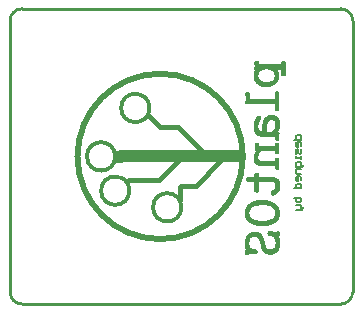
<source format=gbo>
G04 Layer_Color=32896*
%FSLAX25Y25*%
%MOIN*%
G70*
G01*
G75*
%ADD13C,0.01969*%
%ADD15C,0.01000*%
%ADD16C,0.00512*%
%ADD17C,0.00965*%
%ADD29C,0.01181*%
%ADD30C,0.01575*%
%ADD31C,0.03937*%
G36*
X339240Y285811D02*
X339317Y285796D01*
X339532Y285735D01*
X339640Y285688D01*
X339763Y285612D01*
X339778Y285596D01*
X339793Y285581D01*
X339824Y285550D01*
X339855Y285489D01*
X339886Y285427D01*
X339916Y285335D01*
Y285227D01*
Y285104D01*
Y285089D01*
Y285058D01*
Y285012D01*
Y284951D01*
Y284858D01*
X339901Y284766D01*
Y284643D01*
Y284520D01*
Y284213D01*
X339886Y283875D01*
Y283490D01*
Y283060D01*
Y283045D01*
Y283014D01*
Y282953D01*
Y282876D01*
Y282784D01*
Y282676D01*
Y282430D01*
X339901Y282153D01*
Y281877D01*
X339916Y281615D01*
X339932Y281385D01*
Y281369D01*
Y281323D01*
X339916Y281246D01*
X339901Y281154D01*
X339886Y281047D01*
X339840Y280939D01*
X339778Y280847D01*
X339686Y280755D01*
X339670Y280739D01*
X339640Y280724D01*
X339594Y280709D01*
X339517Y280678D01*
X339424Y280647D01*
X339332Y280616D01*
X339209Y280601D01*
X339025D01*
X338963Y280616D01*
X338886Y280632D01*
X338794Y280662D01*
X338702Y280709D01*
X338595Y280770D01*
X338502Y280847D01*
X338487Y280862D01*
X338472Y280878D01*
X338425Y280939D01*
X338395Y281001D01*
X338364Y281077D01*
X338333Y281170D01*
X338318Y281277D01*
X338333Y281400D01*
Y281431D01*
X338349Y281523D01*
Y281646D01*
X338364Y281800D01*
Y281969D01*
X338379Y282153D01*
Y282322D01*
Y282476D01*
Y282491D01*
Y282538D01*
X338364Y282614D01*
X338349Y282676D01*
X338333Y282753D01*
X338302Y282830D01*
X338272Y282876D01*
X338241Y282891D01*
X336981D01*
X337027Y282860D01*
X337088Y282814D01*
X337165Y282753D01*
X337257Y282645D01*
X337350Y282522D01*
X337442Y282353D01*
X337519Y282138D01*
Y282123D01*
X337534Y282107D01*
X337549Y282030D01*
X337596Y281892D01*
X337626Y281723D01*
X337672Y281523D01*
X337718Y281308D01*
X337734Y281062D01*
X337749Y280816D01*
Y280801D01*
Y280739D01*
X337734Y280647D01*
X337718Y280509D01*
X337703Y280355D01*
X337672Y280186D01*
X337626Y279986D01*
X337549Y279771D01*
X337473Y279556D01*
X337365Y279310D01*
X337242Y279079D01*
X337088Y278833D01*
X336919Y278588D01*
X336704Y278357D01*
X336473Y278142D01*
X336197Y277927D01*
X336181Y277911D01*
X336151Y277881D01*
X336089Y277834D01*
X336012Y277788D01*
X335920Y277711D01*
X335797Y277635D01*
X335659Y277558D01*
X335490Y277466D01*
X335321Y277373D01*
X335105Y277296D01*
X334890Y277220D01*
X334644Y277143D01*
X334368Y277097D01*
X334091Y277050D01*
X333784Y277020D01*
X333461Y277004D01*
X333292D01*
X333169Y277020D01*
X333015Y277035D01*
X332831Y277050D01*
X332646Y277081D01*
X332431Y277112D01*
X331970Y277235D01*
X331724Y277296D01*
X331494Y277389D01*
X331248Y277496D01*
X331017Y277619D01*
X330787Y277758D01*
X330571Y277927D01*
X330556Y277942D01*
X330510Y277973D01*
X330433Y278034D01*
X330356Y278126D01*
X330249Y278234D01*
X330126Y278357D01*
X330003Y278511D01*
X329864Y278695D01*
X329726Y278879D01*
X329603Y279110D01*
X329480Y279341D01*
X329373Y279602D01*
X329280Y279879D01*
X329219Y280171D01*
X329173Y280478D01*
X329157Y280816D01*
Y280847D01*
Y280908D01*
Y281016D01*
X329173Y281154D01*
X329188Y281323D01*
X329219Y281508D01*
X329311Y281907D01*
Y281923D01*
X329326Y281969D01*
X329357Y282030D01*
X329388Y282107D01*
X329419Y282215D01*
X329480Y282353D01*
X329526Y282491D01*
X329588Y282645D01*
Y282661D01*
X329603Y282691D01*
X329634Y282784D01*
X329680Y282891D01*
X329695Y282922D01*
Y282937D01*
X329665Y282922D01*
X329649Y282907D01*
X329603Y282891D01*
X329542Y282876D01*
X329449D01*
Y282891D01*
Y282907D01*
Y282953D01*
Y283014D01*
X329465Y283152D01*
Y283352D01*
X329480Y283552D01*
Y283783D01*
X329496Y283998D01*
Y284198D01*
Y284213D01*
Y284274D01*
Y284382D01*
Y284490D01*
X329480Y284628D01*
Y284782D01*
X329465Y285104D01*
Y285120D01*
Y285166D01*
Y285227D01*
X329480Y285304D01*
X329496Y285396D01*
X329526Y285473D01*
X329572Y285565D01*
X329649Y285627D01*
X329665Y285642D01*
X329711Y285658D01*
X329772Y285688D01*
X329849Y285719D01*
X330064Y285796D01*
X330172Y285811D01*
X330295Y285827D01*
X330356D01*
X330418Y285811D01*
X330494D01*
X330679Y285765D01*
X330863Y285673D01*
X330879Y285658D01*
X330894Y285627D01*
X330940Y285581D01*
X330986Y285519D01*
X331017Y285442D01*
X331048Y285335D01*
X331063Y285227D01*
Y285104D01*
Y285089D01*
Y285058D01*
Y284997D01*
Y284920D01*
X331079Y284782D01*
Y284720D01*
X331094Y284659D01*
Y284643D01*
X331125Y284628D01*
X331171Y284613D01*
X331232Y284597D01*
X338179D01*
X338241Y284613D01*
X338302Y284643D01*
X338349Y284705D01*
Y284720D01*
X338364Y284797D01*
Y284843D01*
Y284920D01*
Y284997D01*
X338349Y285104D01*
Y285120D01*
Y285166D01*
X338333Y285227D01*
X338349Y285304D01*
X338364Y285396D01*
X338395Y285473D01*
X338441Y285565D01*
X338518Y285642D01*
X338533D01*
X338564Y285673D01*
X338625Y285704D01*
X338687Y285735D01*
X338779Y285765D01*
X338886Y285796D01*
X338994Y285811D01*
X339117Y285827D01*
X339179D01*
X339240Y285811D01*
D02*
G37*
G36*
X337119Y275683D02*
X337196D01*
X337365Y275637D01*
X337549Y275560D01*
X337565Y275544D01*
X337596Y275514D01*
X337642Y275467D01*
X337688Y275406D01*
X337734Y275329D01*
X337780Y275221D01*
X337811Y275098D01*
Y274976D01*
Y274960D01*
Y274945D01*
Y274899D01*
X337795Y274853D01*
Y274776D01*
Y274683D01*
X337780Y274561D01*
Y274438D01*
Y274284D01*
X337765Y274099D01*
Y273915D01*
Y273700D01*
X337749Y273454D01*
Y273193D01*
Y272916D01*
Y272609D01*
Y272593D01*
Y272532D01*
Y272440D01*
Y272332D01*
Y272178D01*
Y272009D01*
Y271825D01*
Y271625D01*
X337765Y271195D01*
X337780Y270733D01*
X337795Y270288D01*
Y270073D01*
X337811Y269873D01*
Y269857D01*
Y269811D01*
Y269734D01*
X337795Y269642D01*
X337780Y269550D01*
X337749Y269442D01*
X337703Y269350D01*
X337642Y269273D01*
X337626Y269258D01*
X337596Y269227D01*
X337534Y269196D01*
X337457Y269150D01*
X337365Y269104D01*
X337257Y269058D01*
X337134Y269043D01*
X337011Y269027D01*
X336904D01*
X336827Y269043D01*
X336673Y269089D01*
X336612Y269135D01*
X336566Y269181D01*
X336550Y269196D01*
X336504Y269227D01*
X336443Y269289D01*
X336381Y269381D01*
X336320Y269473D01*
X336274Y269596D01*
X336243Y269719D01*
Y269857D01*
Y269873D01*
Y269888D01*
X336258Y269980D01*
X336274Y270134D01*
Y270303D01*
X336289Y270487D01*
X336304Y270687D01*
X336320Y270872D01*
Y271025D01*
Y271041D01*
Y271087D01*
X336304Y271148D01*
X336289Y271225D01*
X336274Y271302D01*
X336258Y271364D01*
X336243Y271410D01*
X336212Y271425D01*
X326406D01*
Y271441D01*
Y271471D01*
X326421Y271533D01*
Y271609D01*
Y271717D01*
X326437Y271825D01*
X326452Y272101D01*
X326468Y272409D01*
X326483Y272731D01*
X326498Y273054D01*
Y273362D01*
Y273377D01*
Y273393D01*
Y273485D01*
Y273638D01*
X326483Y273807D01*
Y274007D01*
X326468Y274222D01*
X326452Y274438D01*
X326421Y274637D01*
Y274653D01*
Y274699D01*
Y274760D01*
X326437Y274837D01*
X326452Y274929D01*
X326498Y275037D01*
X326544Y275129D01*
X326637Y275221D01*
X326652D01*
X326683Y275252D01*
X326729Y275268D01*
X326790Y275298D01*
X326883Y275329D01*
X326975Y275360D01*
X327098Y275375D01*
X327221Y275391D01*
X327282D01*
X327344Y275375D01*
X327420D01*
X327620Y275314D01*
X327713Y275283D01*
X327805Y275221D01*
X327820Y275206D01*
X327851Y275175D01*
X327882Y275129D01*
X327928Y275068D01*
X327974Y274976D01*
X328005Y274883D01*
X328020Y274760D01*
Y274637D01*
Y274607D01*
X328005Y274530D01*
X327989Y274407D01*
X327974Y274269D01*
X327958Y274099D01*
Y273930D01*
Y273746D01*
Y273592D01*
Y273577D01*
Y273515D01*
X327974Y273439D01*
Y273362D01*
X327989Y273270D01*
X328020Y273208D01*
X328051Y273147D01*
X328081Y273131D01*
X336212D01*
X336227Y273147D01*
X336243Y273162D01*
X336258Y273208D01*
X336274Y273285D01*
X336289Y273408D01*
X336304Y273562D01*
X336320Y273777D01*
Y273807D01*
Y273884D01*
Y273992D01*
X336304Y274146D01*
Y274330D01*
X336289Y274530D01*
X336274Y274745D01*
X336243Y274976D01*
Y274991D01*
X336227Y275037D01*
Y275098D01*
X336243Y275175D01*
X336258Y275268D01*
X336304Y275375D01*
X336366Y275467D01*
X336458Y275560D01*
X336473D01*
X336489Y275575D01*
X336535Y275606D01*
X336596Y275621D01*
X336673Y275652D01*
X336766Y275683D01*
X336996Y275698D01*
X337057D01*
X337119Y275683D01*
D02*
G37*
G36*
X335382Y267798D02*
X335490Y267782D01*
X335628Y267767D01*
X335935Y267721D01*
X336274Y267629D01*
X336627Y267490D01*
X336812Y267413D01*
X336981Y267306D01*
X337134Y267198D01*
X337288Y267060D01*
X337303Y267045D01*
X337319Y267029D01*
X337365Y266983D01*
X337411Y266906D01*
X337473Y266829D01*
X337534Y266722D01*
X337611Y266614D01*
X337672Y266476D01*
X337749Y266322D01*
X337826Y266153D01*
X337888Y265969D01*
X337949Y265754D01*
X337995Y265538D01*
X338041Y265293D01*
X338057Y265047D01*
X338072Y264770D01*
Y264755D01*
Y264724D01*
Y264678D01*
Y264616D01*
X338057Y264447D01*
X338041Y264217D01*
X338011Y263955D01*
X337980Y263694D01*
X337918Y263402D01*
X337841Y263125D01*
Y263094D01*
X337811Y263033D01*
X337780Y262926D01*
X337734Y262818D01*
X337672Y262695D01*
X337611Y262587D01*
X337519Y262495D01*
X337426Y262449D01*
X337442D01*
X337242Y262157D01*
X337350Y262172D01*
X337365D01*
X337380Y262157D01*
X337473Y262126D01*
X337580Y262065D01*
X337672Y262003D01*
X337703Y261972D01*
X337749Y261896D01*
X337795Y261757D01*
X337826Y261573D01*
Y261542D01*
Y261465D01*
X337811Y261358D01*
Y261219D01*
X337795Y261066D01*
Y260912D01*
X337780Y260743D01*
Y260605D01*
Y260589D01*
Y260528D01*
Y260436D01*
Y260313D01*
X337795Y260051D01*
Y259928D01*
X337811Y259805D01*
Y259790D01*
Y259759D01*
Y259698D01*
X337795Y259621D01*
X337765Y259544D01*
X337718Y259467D01*
X337657Y259375D01*
X337580Y259298D01*
X337565D01*
X337534Y259283D01*
X337488Y259252D01*
X337426Y259221D01*
X337242Y259175D01*
X337027Y259160D01*
X336919D01*
X336842Y259175D01*
X336673Y259206D01*
X336504Y259283D01*
X336489Y259298D01*
X336458Y259314D01*
X336412Y259360D01*
X336350Y259421D01*
X336304Y259498D01*
X336258Y259590D01*
X336227Y259682D01*
Y259790D01*
Y259805D01*
X336243Y259852D01*
Y259928D01*
X336258Y260021D01*
X336289Y260205D01*
Y260266D01*
Y260328D01*
X336274Y260359D01*
X336243Y260405D01*
X336181Y260451D01*
X336120Y260482D01*
X331862D01*
X331755Y260497D01*
X331632Y260512D01*
X331494Y260543D01*
X331325Y260589D01*
X331155Y260635D01*
X330971Y260697D01*
X330787Y260774D01*
X330602Y260881D01*
X330402Y260989D01*
X330218Y261127D01*
X330033Y261296D01*
X329864Y261481D01*
X329711Y261696D01*
Y261711D01*
X329680Y261742D01*
X329665Y261788D01*
X329618Y261850D01*
X329588Y261926D01*
X329542Y262034D01*
X329480Y262142D01*
X329434Y262280D01*
X329326Y262587D01*
X329250Y262941D01*
X329188Y263325D01*
X329157Y263771D01*
Y263786D01*
Y263817D01*
Y263863D01*
Y263940D01*
Y264032D01*
X329173Y264124D01*
X329188Y264370D01*
X329219Y264662D01*
X329265Y264970D01*
X329326Y265293D01*
X329403Y265615D01*
Y265631D01*
X329419Y265661D01*
X329434Y265707D01*
X329449Y265769D01*
X329511Y265938D01*
X329603Y266153D01*
X329711Y266414D01*
X329849Y266676D01*
X330003Y266952D01*
X330187Y267214D01*
X330203Y267229D01*
X330233Y267260D01*
X330279Y267306D01*
X330341Y267367D01*
X330418Y267429D01*
X330510Y267490D01*
X330633Y267521D01*
X330756Y267552D01*
X330956D01*
X331063Y267536D01*
X331171Y267506D01*
X331294Y267444D01*
X331417Y267383D01*
X331432D01*
X331448Y267352D01*
X331540Y267275D01*
X331647Y267137D01*
X331724Y266952D01*
Y266937D01*
Y266891D01*
Y266829D01*
X331709Y266737D01*
X331693Y266630D01*
X331632Y266507D01*
X331570Y266368D01*
X331463Y266230D01*
X331448Y266215D01*
X331417Y266153D01*
X331355Y266046D01*
X331278Y265907D01*
X331202Y265738D01*
X331109Y265538D01*
X331017Y265308D01*
X330925Y265047D01*
X330909Y265016D01*
X330894Y264954D01*
X330863Y264831D01*
X330833Y264678D01*
X330802Y264493D01*
X330787Y264278D01*
X330756Y264032D01*
Y263771D01*
Y263755D01*
Y263740D01*
Y263648D01*
X330787Y263525D01*
X330817Y263356D01*
X330879Y263171D01*
X330971Y262972D01*
X331109Y262787D01*
X331278Y262603D01*
X331294Y262587D01*
X331355Y262541D01*
X331448Y262464D01*
X331570Y262387D01*
X331709Y262326D01*
X331862Y262249D01*
X332016Y262203D01*
X332185Y262188D01*
Y262203D01*
X332170Y262234D01*
Y262280D01*
X332154Y262372D01*
X332139Y262495D01*
X332124Y262649D01*
X332108Y262849D01*
X332093Y263079D01*
Y263110D01*
X332078Y263187D01*
Y263294D01*
X332062Y263433D01*
Y263586D01*
X332047Y263740D01*
Y263894D01*
Y264032D01*
Y264048D01*
Y264109D01*
Y264201D01*
X332062Y264309D01*
X332078Y264462D01*
X332093Y264632D01*
X332124Y264816D01*
X332154Y265016D01*
X332277Y265461D01*
X332339Y265692D01*
X332431Y265923D01*
X332539Y266153D01*
X332662Y266384D01*
X332800Y266599D01*
X332969Y266814D01*
Y266829D01*
X333000Y266860D01*
X333046Y266906D01*
X333107Y266968D01*
X333169Y267045D01*
X333261Y267137D01*
X333369Y267214D01*
X333507Y267306D01*
X333645Y267413D01*
X333799Y267490D01*
X333983Y267583D01*
X334183Y267659D01*
X334399Y267721D01*
X334629Y267767D01*
X334875Y267798D01*
X335152Y267813D01*
X335290D01*
X335382Y267798D01*
D02*
G37*
G36*
X337196Y258530D02*
X337365Y258499D01*
X337549Y258453D01*
X337565Y258437D01*
X337596Y258422D01*
X337642Y258376D01*
X337688Y258314D01*
X337765Y258161D01*
X337795Y258069D01*
Y257961D01*
Y257946D01*
Y257915D01*
Y257869D01*
Y257807D01*
Y257654D01*
X337780Y257454D01*
Y257208D01*
Y256962D01*
Y256716D01*
Y256485D01*
Y256455D01*
Y256378D01*
Y256255D01*
Y256086D01*
Y255901D01*
Y255686D01*
X337795Y255241D01*
Y255225D01*
Y255179D01*
Y255118D01*
X337780Y255056D01*
X337765Y254964D01*
X337718Y254887D01*
X337657Y254810D01*
X337565Y254733D01*
X337549D01*
X337519Y254702D01*
X337473Y254687D01*
X337411Y254656D01*
X337334Y254626D01*
X337242Y254610D01*
X337011Y254580D01*
X336889D01*
X336812Y254595D01*
X336627Y254641D01*
X336443Y254733D01*
X336427Y254749D01*
X336397Y254764D01*
X336350Y254810D01*
X336304Y254872D01*
X336274Y254948D01*
X336227Y255025D01*
X336212Y255133D01*
X336227Y255256D01*
Y255271D01*
X336243Y255287D01*
X336258Y255379D01*
X336274Y255486D01*
Y255579D01*
Y255594D01*
X336258Y255625D01*
X336227Y255656D01*
X336181Y255671D01*
X331632D01*
X331616Y255656D01*
X331570Y255609D01*
X331494Y255548D01*
X331417Y255456D01*
X331309Y255348D01*
X331217Y255225D01*
X331125Y255087D01*
X331032Y254933D01*
X331017Y254902D01*
X330986Y254825D01*
X330940Y254687D01*
X330894Y254518D01*
X330848Y254318D01*
X330802Y254103D01*
X330771Y253857D01*
X330756Y253596D01*
Y253565D01*
Y253504D01*
X330771Y253396D01*
X330787Y253258D01*
X330817Y253119D01*
X330848Y252981D01*
X330909Y252843D01*
X330986Y252735D01*
X331002Y252720D01*
X331032Y252689D01*
X331094Y252643D01*
X331186Y252582D01*
X331294Y252535D01*
X331432Y252489D01*
X331616Y252459D01*
X331816Y252443D01*
X336212D01*
X336227Y252459D01*
X336243Y252489D01*
Y252505D01*
Y252551D01*
Y252628D01*
X336227Y252766D01*
Y252781D01*
X336212Y252827D01*
Y252889D01*
X336227Y252981D01*
X336243Y253073D01*
X336274Y253166D01*
X336335Y253258D01*
X336427Y253350D01*
X336443D01*
X336473Y253381D01*
X336520Y253396D01*
X336581Y253427D01*
X336673Y253458D01*
X336766Y253473D01*
X337011Y253504D01*
X337073D01*
X337134Y253488D01*
X337227D01*
X337411Y253427D01*
X337503Y253396D01*
X337596Y253335D01*
X337611Y253319D01*
X337642Y253289D01*
X337672Y253242D01*
X337718Y253181D01*
X337765Y253104D01*
X337795Y252996D01*
X337811Y252889D01*
X337795Y252766D01*
Y252750D01*
Y252720D01*
Y252674D01*
Y252597D01*
Y252428D01*
X337780Y252213D01*
Y251982D01*
Y251736D01*
Y251521D01*
Y251321D01*
Y251306D01*
Y251244D01*
Y251137D01*
Y250998D01*
Y250845D01*
Y250645D01*
X337795Y250430D01*
Y250184D01*
Y250168D01*
Y250122D01*
Y250061D01*
X337780Y249984D01*
X337765Y249907D01*
X337734Y249815D01*
X337672Y249738D01*
X337596Y249661D01*
X337580Y249646D01*
X337549Y249630D01*
X337503Y249600D01*
X337426Y249569D01*
X337350Y249538D01*
X337242Y249507D01*
X337134Y249477D01*
X336950D01*
X336889Y249492D01*
X336796D01*
X336612Y249554D01*
X336504Y249600D01*
X336412Y249661D01*
X336397Y249676D01*
X336366Y249692D01*
X336335Y249738D01*
X336289Y249799D01*
X336258Y249876D01*
X336227Y249969D01*
X336212Y250092D01*
X336227Y250215D01*
Y250230D01*
X336243Y250276D01*
Y250337D01*
X336258Y250414D01*
X336274Y250583D01*
Y250645D01*
Y250706D01*
X336258Y250722D01*
X336227Y250737D01*
X331371D01*
X331294Y250752D01*
X331186D01*
X331079Y250768D01*
X330833Y250829D01*
X330556Y250922D01*
X330264Y251045D01*
X330003Y251229D01*
X329880Y251352D01*
X329772Y251475D01*
Y251490D01*
X329741Y251506D01*
X329711Y251552D01*
X329680Y251613D01*
X329634Y251690D01*
X329572Y251767D01*
X329465Y251997D01*
X329357Y252274D01*
X329250Y252597D01*
X329188Y252966D01*
X329157Y253381D01*
Y253396D01*
Y253412D01*
Y253458D01*
Y253519D01*
X329173Y253657D01*
X329188Y253842D01*
X329219Y254057D01*
X329250Y254288D01*
X329311Y254518D01*
X329388Y254733D01*
Y254749D01*
X329419Y254810D01*
X329449Y254902D01*
X329496Y255025D01*
X329557Y255148D01*
X329634Y255302D01*
X329818Y255594D01*
X329834Y255640D01*
X329849Y255656D01*
X329880Y255671D01*
X329910Y255686D01*
X329618D01*
X329480Y255671D01*
Y255686D01*
Y255702D01*
Y255794D01*
X329496Y255932D01*
Y256101D01*
X329511Y256301D01*
Y256532D01*
X329526Y256977D01*
Y257008D01*
Y257069D01*
Y257177D01*
Y257300D01*
X329511Y257454D01*
Y257608D01*
X329496Y257946D01*
Y257961D01*
Y257992D01*
Y258053D01*
Y258130D01*
X329526Y258207D01*
X329557Y258284D01*
X329618Y258376D01*
X329711Y258453D01*
X329726D01*
X329741Y258468D01*
X329787Y258484D01*
X329849Y258499D01*
X329926Y258514D01*
X330033Y258530D01*
X330141Y258545D01*
X330372D01*
X330448Y258530D01*
X330633Y258499D01*
X330817Y258437D01*
X330833Y258422D01*
X330863Y258407D01*
X330956Y258314D01*
X331048Y258161D01*
X331079Y258069D01*
Y257961D01*
Y257946D01*
Y257915D01*
Y257869D01*
X331063Y257792D01*
X331079Y257638D01*
X331109Y257469D01*
X331125Y257454D01*
X331171Y257423D01*
X331263Y257392D01*
X331325Y257377D01*
X336181D01*
X336212Y257392D01*
X336227Y257423D01*
X336258Y257485D01*
Y257515D01*
Y257608D01*
X336243Y257746D01*
X336227Y257946D01*
Y257961D01*
Y257992D01*
Y258053D01*
Y258130D01*
X336258Y258207D01*
X336304Y258284D01*
X336381Y258376D01*
X336473Y258453D01*
X336489D01*
X336504Y258468D01*
X336550Y258484D01*
X336612Y258499D01*
X336689Y258514D01*
X336766Y258530D01*
X336996Y258545D01*
X337119D01*
X337196Y258530D01*
D02*
G37*
G36*
X330341Y248478D02*
X330418D01*
X330587Y248432D01*
X330679Y248401D01*
X330756Y248355D01*
X330771Y248339D01*
X330802Y248309D01*
X330848Y248263D01*
X330894Y248201D01*
X330940Y248124D01*
X330986Y248017D01*
X331017Y247894D01*
Y247771D01*
Y247755D01*
Y247709D01*
X331002Y247648D01*
Y247571D01*
X331017Y247386D01*
X331048Y247310D01*
X331079Y247248D01*
X331094Y247233D01*
X331155Y247171D01*
X331263Y247125D01*
X331340Y247110D01*
X335582D01*
X335674Y247094D01*
X335766D01*
X335889Y247079D01*
X336166Y247018D01*
X336473Y246941D01*
X336781Y246818D01*
X337088Y246633D01*
X337242Y246526D01*
X337380Y246403D01*
Y246387D01*
X337411Y246372D01*
X337442Y246326D01*
X337488Y246264D01*
X337534Y246188D01*
X337596Y246095D01*
X337657Y245988D01*
X337718Y245865D01*
X337795Y245726D01*
X337857Y245573D01*
X337964Y245219D01*
X338041Y244804D01*
X338057Y244574D01*
X338072Y244328D01*
Y244312D01*
Y244282D01*
Y244220D01*
Y244143D01*
X338057Y244051D01*
Y243928D01*
X338041Y243682D01*
X338011Y243390D01*
X337949Y243098D01*
X337888Y242822D01*
X337795Y242560D01*
Y242545D01*
X337780Y242514D01*
X337749Y242468D01*
X337703Y242391D01*
X337580Y242222D01*
X337411Y241991D01*
X337303Y241869D01*
X337180Y241730D01*
X337027Y241592D01*
X336873Y241454D01*
X336704Y241315D01*
X336504Y241192D01*
X336289Y241054D01*
X336058Y240931D01*
X336043D01*
X335997Y240916D01*
X335920Y240885D01*
X335843Y240869D01*
X335736Y240854D01*
X335644D01*
X335536Y240869D01*
X335428Y240916D01*
X335413D01*
X335382Y240946D01*
X335321Y240992D01*
X335259Y241039D01*
X335182Y241115D01*
X335105Y241208D01*
X335029Y241315D01*
X334967Y241438D01*
Y241454D01*
X334952Y241500D01*
X334936Y241561D01*
X334906Y241638D01*
X334875Y241853D01*
Y241961D01*
X334890Y242084D01*
Y242099D01*
X334906Y242145D01*
X334921Y242191D01*
X334952Y242268D01*
X334983Y242345D01*
X335059Y242407D01*
X335136Y242483D01*
X335244Y242530D01*
X335275Y242545D01*
X335351Y242576D01*
X335459Y242637D01*
X335597Y242714D01*
X335751Y242822D01*
X335920Y242945D01*
X336089Y243083D01*
X336243Y243236D01*
X336258Y243252D01*
X336274Y243298D01*
X336320Y243375D01*
X336350Y243482D01*
X336397Y243621D01*
X336443Y243790D01*
X336458Y243990D01*
X336473Y244220D01*
Y244251D01*
Y244328D01*
X336458Y244451D01*
X336443Y244589D01*
X336397Y244743D01*
X336350Y244897D01*
X336274Y245035D01*
X336181Y245158D01*
X336166Y245173D01*
X336120Y245188D01*
X336058Y245235D01*
X335966Y245281D01*
X335828Y245327D01*
X335674Y245358D01*
X335474Y245388D01*
X335244Y245404D01*
X331140D01*
X331094Y245388D01*
X331063D01*
X331048Y245373D01*
X331032Y245358D01*
X331017Y245296D01*
Y245204D01*
Y245188D01*
X331002Y245127D01*
Y245019D01*
X330986Y244881D01*
Y244712D01*
X330971Y244512D01*
Y244282D01*
Y244020D01*
Y244005D01*
Y243990D01*
Y243897D01*
Y243744D01*
Y243559D01*
X330986Y243344D01*
Y243113D01*
X331017Y242606D01*
Y242591D01*
Y242545D01*
X331002Y242483D01*
X330986Y242391D01*
X330971Y242299D01*
X330925Y242207D01*
X330863Y242114D01*
X330787Y242038D01*
X330771Y242022D01*
X330740Y242007D01*
X330694Y241976D01*
X330617Y241930D01*
X330433Y241869D01*
X330326Y241853D01*
X330218Y241838D01*
X330156D01*
X330095Y241853D01*
X330018Y241869D01*
X329834Y241930D01*
X329726Y241976D01*
X329634Y242053D01*
X329618Y242068D01*
X329603Y242084D01*
X329557Y242130D01*
X329526Y242191D01*
X329480Y242268D01*
X329449Y242376D01*
X329434Y242483D01*
Y242622D01*
Y242652D01*
Y242729D01*
X329449Y242852D01*
Y243006D01*
Y243190D01*
X329465Y243406D01*
Y243652D01*
Y243897D01*
Y243928D01*
Y244005D01*
Y244128D01*
Y244297D01*
X329449Y244497D01*
Y244712D01*
Y244958D01*
X329434Y245219D01*
Y245250D01*
X329419Y245296D01*
X329388Y245358D01*
X329326Y245404D01*
X329280D01*
X329234Y245419D01*
X329142D01*
X329004Y245434D01*
X328835D01*
X328604Y245419D01*
X328327D01*
X327405Y245373D01*
X327282D01*
X327190Y245388D01*
X327098Y245434D01*
X326990Y245480D01*
X326883Y245573D01*
X326790Y245680D01*
Y245696D01*
X326775Y245726D01*
X326744Y245773D01*
X326713Y245834D01*
X326698Y245911D01*
X326667Y246019D01*
X326652Y246126D01*
Y246264D01*
Y246280D01*
Y246326D01*
X326667Y246403D01*
X326683Y246480D01*
X326744Y246710D01*
X326790Y246818D01*
X326867Y246941D01*
Y246956D01*
X326898Y246971D01*
X326944Y247018D01*
X326990Y247048D01*
X327067Y247079D01*
X327159Y247110D01*
X327267Y247125D01*
X327390Y247110D01*
X327513D01*
X327605Y247094D01*
X328128D01*
X328435Y247110D01*
X328712Y247125D01*
X328850Y247141D01*
X328973Y247156D01*
X329081Y247171D01*
X329157Y247202D01*
X329173D01*
X329204Y247233D01*
X329250Y247264D01*
X329296Y247310D01*
X329357Y247386D01*
X329403Y247494D01*
X329419Y247617D01*
X329434Y247786D01*
Y247801D01*
Y247848D01*
Y247909D01*
Y247986D01*
X329449Y248063D01*
X329480Y248155D01*
X329526Y248232D01*
X329603Y248293D01*
X329618Y248309D01*
X329649Y248324D01*
X329711Y248355D01*
X329787Y248386D01*
X329987Y248462D01*
X330110Y248478D01*
X330218Y248493D01*
X330279D01*
X330341Y248478D01*
D02*
G37*
G36*
X332385Y239471D02*
X332570D01*
X332785Y239456D01*
X333046Y239425D01*
X333323Y239394D01*
X333630Y239333D01*
X333968Y239271D01*
X334306Y239194D01*
X334660Y239102D01*
X335013Y238994D01*
X335367Y238856D01*
X335705Y238702D01*
X336043Y238518D01*
X336366Y238318D01*
X336381Y238303D01*
X336443Y238272D01*
X336520Y238211D01*
X336627Y238118D01*
X336766Y238011D01*
X336904Y237888D01*
X337057Y237719D01*
X337211Y237534D01*
X337380Y237319D01*
X337534Y237088D01*
X337672Y236827D01*
X337811Y236535D01*
X337918Y236212D01*
X337995Y235874D01*
X338057Y235505D01*
X338072Y235106D01*
Y235075D01*
Y235014D01*
X338057Y234891D01*
X338041Y234752D01*
X338026Y234568D01*
X337980Y234353D01*
X337934Y234122D01*
X337857Y233876D01*
X337765Y233615D01*
X337657Y233354D01*
X337519Y233077D01*
X337350Y232816D01*
X337150Y232554D01*
X336935Y232293D01*
X336673Y232063D01*
X336366Y231847D01*
X336350Y231832D01*
X336289Y231801D01*
X336197Y231740D01*
X336058Y231663D01*
X335905Y231586D01*
X335705Y231479D01*
X335474Y231371D01*
X335213Y231263D01*
X334921Y231156D01*
X334598Y231064D01*
X334245Y230956D01*
X333876Y230879D01*
X333476Y230802D01*
X333046Y230741D01*
X332600Y230710D01*
X332139Y230695D01*
X331893D01*
X331709Y230710D01*
X331494Y230725D01*
X331232Y230756D01*
X330956Y230787D01*
X330633Y230833D01*
X330310Y230894D01*
X329972Y230971D01*
X329618Y231064D01*
X329250Y231186D01*
X328896Y231309D01*
X328542Y231463D01*
X328204Y231647D01*
X327882Y231847D01*
X327866Y231863D01*
X327805Y231893D01*
X327728Y231955D01*
X327605Y232047D01*
X327482Y232170D01*
X327344Y232308D01*
X327175Y232462D01*
X327021Y232662D01*
X326867Y232877D01*
X326698Y233108D01*
X326560Y233384D01*
X326421Y233676D01*
X326314Y233999D01*
X326237Y234337D01*
X326176Y234706D01*
X326160Y235106D01*
Y235137D01*
Y235198D01*
X326176Y235321D01*
X326191Y235459D01*
X326222Y235644D01*
X326252Y235859D01*
X326314Y236089D01*
X326391Y236351D01*
X326483Y236612D01*
X326606Y236889D01*
X326744Y237165D01*
X326913Y237442D01*
X327129Y237719D01*
X327359Y237980D01*
X327636Y238226D01*
X327958Y238456D01*
X327974Y238472D01*
X328035Y238503D01*
X328128Y238549D01*
X328251Y238610D01*
X328404Y238702D01*
X328589Y238779D01*
X328819Y238871D01*
X329081Y238964D01*
X329357Y239071D01*
X329680Y239163D01*
X330018Y239240D01*
X330387Y239317D01*
X330787Y239394D01*
X331217Y239440D01*
X331663Y239471D01*
X332139Y239486D01*
X332247D01*
X332385Y239471D01*
D02*
G37*
G36*
X334644Y229050D02*
X334675D01*
X334767Y229019D01*
X334906Y229004D01*
X335090Y228973D01*
X335290Y228942D01*
X335536Y228912D01*
X335782Y228881D01*
X336043Y228866D01*
X336489D01*
X336689Y228881D01*
X336889Y228896D01*
X337104Y228927D01*
X337288Y228973D01*
X337303D01*
X337334Y228989D01*
X337473D01*
X337565Y228973D01*
X337657Y228958D01*
X337749Y228912D01*
X337841Y228850D01*
X337857Y228835D01*
X337872Y228819D01*
X337903Y228773D01*
X337949Y228712D01*
X338041Y228543D01*
X338103Y228328D01*
Y228312D01*
Y228266D01*
X338118Y228205D01*
Y228128D01*
X338103Y227928D01*
X338087Y227820D01*
X338057Y227713D01*
Y227697D01*
X338041Y227667D01*
X338011Y227605D01*
X337964Y227544D01*
X337903Y227482D01*
X337826Y227421D01*
X337734Y227390D01*
X337626Y227359D01*
X337534D01*
Y227329D01*
X337549Y227298D01*
X337565Y227252D01*
X337596Y227175D01*
X337642Y227083D01*
X337703Y226960D01*
X337780Y226821D01*
Y226806D01*
X337795Y226760D01*
X337826Y226683D01*
X337857Y226591D01*
X337903Y226468D01*
X337934Y226314D01*
X337980Y226145D01*
X338011Y225961D01*
Y225945D01*
X338026Y225899D01*
X338041Y225822D01*
Y225730D01*
X338057Y225592D01*
X338072Y225438D01*
X338087Y225254D01*
Y225054D01*
Y225038D01*
Y224977D01*
Y224885D01*
X338072Y224746D01*
X338057Y224608D01*
X338041Y224424D01*
X338011Y224239D01*
X337980Y224024D01*
X337872Y223578D01*
X337718Y223132D01*
X337626Y222902D01*
X337503Y222702D01*
X337380Y222502D01*
X337227Y222318D01*
X337211Y222303D01*
X337180Y222272D01*
X337134Y222210D01*
X337057Y222133D01*
X336965Y222057D01*
X336858Y221964D01*
X336719Y221857D01*
X336581Y221749D01*
X336412Y221642D01*
X336227Y221534D01*
X336028Y221442D01*
X335813Y221365D01*
X335567Y221288D01*
X335321Y221227D01*
X335059Y221196D01*
X334783Y221181D01*
X334629D01*
X334460Y221196D01*
X334245Y221211D01*
X334014Y221257D01*
X333753Y221304D01*
X333492Y221380D01*
X333246Y221473D01*
X333215Y221488D01*
X333154Y221519D01*
X333046Y221580D01*
X332908Y221672D01*
X332754Y221795D01*
X332600Y221949D01*
X332431Y222133D01*
X332277Y222349D01*
X332262Y222364D01*
X332231Y222410D01*
X332185Y222472D01*
X332124Y222579D01*
X332047Y222718D01*
X331970Y222902D01*
X331878Y223117D01*
X331801Y223363D01*
Y223378D01*
X331786Y223409D01*
X331755Y223486D01*
X331739Y223594D01*
X331693Y223747D01*
X331647Y223932D01*
X331601Y224162D01*
X331540Y224439D01*
X331417Y224946D01*
Y224962D01*
X331401Y224992D01*
X331386Y225054D01*
X331371Y225131D01*
X331340Y225223D01*
X331325Y225315D01*
X331248Y225561D01*
X331171Y225807D01*
X331079Y226068D01*
X330986Y226283D01*
X330925Y226391D01*
X330879Y226468D01*
X330848Y226499D01*
X330787Y226575D01*
X330679Y226668D01*
X330525Y226791D01*
X330326Y226914D01*
X330080Y227006D01*
X329803Y227083D01*
X329480Y227113D01*
X329403D01*
X329342Y227098D01*
X329204Y227083D01*
X329019Y227052D01*
X328804Y226990D01*
X328573Y226898D01*
X328343Y226775D01*
X328112Y226606D01*
X328097Y226575D01*
X328066Y226514D01*
X328005Y226391D01*
X327943Y226207D01*
X327882Y225976D01*
X327820Y225684D01*
X327789Y225346D01*
X327774Y224946D01*
Y224931D01*
Y224900D01*
Y224854D01*
Y224793D01*
X327789Y224623D01*
X327820Y224424D01*
X327851Y224208D01*
X327912Y223978D01*
X327989Y223763D01*
X328097Y223578D01*
X328128Y223548D01*
X328204Y223486D01*
X328343Y223378D01*
X328527Y223271D01*
X328758Y223163D01*
X329034Y223086D01*
X329342Y223040D01*
X329511Y223025D01*
X329695Y223040D01*
X329834D01*
X329926Y223025D01*
X330033Y222994D01*
X330141Y222948D01*
X330249Y222871D01*
X330356Y222779D01*
Y222764D01*
X330387Y222733D01*
X330418Y222687D01*
X330448Y222610D01*
X330479Y222533D01*
X330510Y222426D01*
X330525Y222303D01*
X330541Y222164D01*
Y222149D01*
Y222103D01*
X330525Y222041D01*
X330510Y221949D01*
X330448Y221765D01*
X330402Y221657D01*
X330341Y221565D01*
X330326Y221549D01*
X330295Y221519D01*
X330233Y221488D01*
X330156Y221442D01*
X330064Y221396D01*
X329957Y221365D01*
X329818Y221350D01*
X329649D01*
X329588Y221365D01*
X329480D01*
X329326Y221380D01*
X329142Y221396D01*
X328681D01*
X328420Y221380D01*
X328389D01*
X328343Y221365D01*
X328281D01*
X328128Y221350D01*
X327943Y221319D01*
X327743Y221273D01*
X327543Y221227D01*
X327344Y221165D01*
X327190Y221104D01*
X327175D01*
X327113Y221073D01*
X327036Y221058D01*
X326944Y221042D01*
X326821D01*
X326713Y221058D01*
X326590Y221088D01*
X326483Y221165D01*
X326468D01*
X326452Y221196D01*
X326421Y221242D01*
X326375Y221288D01*
X326329Y221365D01*
X326283Y221457D01*
X326237Y221565D01*
X326206Y221688D01*
Y221703D01*
X326191Y221749D01*
Y221826D01*
Y221918D01*
Y222149D01*
X326237Y222395D01*
Y222410D01*
X326252Y222441D01*
X326283Y222502D01*
X326314Y222564D01*
X326437Y222687D01*
X326514Y222733D01*
X326606Y222748D01*
X326667Y222779D01*
X326683D01*
X326698Y222764D01*
X326713Y222733D01*
Y222748D01*
X326698Y222779D01*
X326683Y222810D01*
X326667Y222871D01*
X326621Y222933D01*
X326575Y223025D01*
X326560Y223040D01*
X326544Y223071D01*
X326514Y223132D01*
X326483Y223225D01*
X326437Y223348D01*
X326391Y223501D01*
X326345Y223686D01*
X326298Y223901D01*
Y223932D01*
X326283Y224009D01*
X326252Y224116D01*
X326237Y224270D01*
X326206Y224439D01*
X326191Y224639D01*
X326176Y225023D01*
Y225038D01*
Y225100D01*
Y225192D01*
X326191Y225330D01*
X326206Y225484D01*
X326222Y225653D01*
X326252Y225853D01*
X326298Y226068D01*
X326406Y226514D01*
X326483Y226760D01*
X326575Y226990D01*
X326683Y227221D01*
X326806Y227451D01*
X326944Y227667D01*
X327113Y227867D01*
X327129Y227882D01*
X327159Y227913D01*
X327205Y227959D01*
X327282Y228020D01*
X327374Y228097D01*
X327482Y228189D01*
X327605Y228266D01*
X327759Y228358D01*
X327928Y228466D01*
X328112Y228543D01*
X328312Y228635D01*
X328527Y228712D01*
X328758Y228773D01*
X329004Y228819D01*
X329280Y228850D01*
X329557Y228866D01*
X329634D01*
X329726Y228850D01*
X329834D01*
X329972Y228835D01*
X330141Y228804D01*
X330310Y228773D01*
X330510Y228727D01*
X330710Y228666D01*
X330909Y228589D01*
X331109Y228512D01*
X331325Y228404D01*
X331524Y228266D01*
X331709Y228128D01*
X331878Y227959D01*
X332031Y227759D01*
Y227744D01*
X332047Y227728D01*
X332078Y227682D01*
X332124Y227605D01*
X332170Y227528D01*
X332216Y227436D01*
X332277Y227313D01*
X332339Y227175D01*
X332400Y227006D01*
X332477Y226837D01*
X332554Y226637D01*
X332631Y226422D01*
X332708Y226176D01*
X332785Y225915D01*
X332846Y225638D01*
X332923Y225346D01*
X333000Y225008D01*
Y224992D01*
X333015Y224962D01*
X333031Y224900D01*
X333046Y224808D01*
X333077Y224716D01*
X333107Y224608D01*
X333184Y224347D01*
X333277Y224055D01*
X333384Y223747D01*
X333492Y223440D01*
X333615Y223179D01*
X333630Y223163D01*
X333676Y223148D01*
X333753Y223102D01*
X333845Y223056D01*
X333983Y223025D01*
X334153Y222979D01*
X334352Y222964D01*
X334583Y222948D01*
X334737D01*
X334906Y222979D01*
X335121Y223010D01*
X335351Y223071D01*
X335582Y223163D01*
X335813Y223302D01*
X336012Y223471D01*
X336028Y223501D01*
X336089Y223563D01*
X336166Y223701D01*
X336243Y223870D01*
X336335Y224085D01*
X336412Y224362D01*
X336473Y224670D01*
X336489Y225038D01*
Y225054D01*
Y225084D01*
Y225146D01*
Y225238D01*
X336473Y225330D01*
Y225453D01*
X336443Y225715D01*
X336381Y225991D01*
X336320Y226283D01*
X336212Y226560D01*
X336074Y226806D01*
X336058Y226837D01*
X335982Y226898D01*
X335874Y227006D01*
X335720Y227113D01*
X335505Y227221D01*
X335244Y227313D01*
X334936Y227359D01*
X334752Y227375D01*
X334568Y227359D01*
X334506D01*
X334429Y227375D01*
X334352Y227390D01*
X334245Y227421D01*
X334153Y227467D01*
X334045Y227544D01*
X333953Y227636D01*
X333937Y227651D01*
X333922Y227682D01*
X333891Y227744D01*
X333861Y227820D01*
X333830Y227913D01*
X333799Y228005D01*
X333768Y228128D01*
Y228251D01*
Y228266D01*
Y228312D01*
X333784Y228389D01*
X333799Y228481D01*
X333830Y228589D01*
X333861Y228696D01*
X333922Y228804D01*
X333999Y228896D01*
X334014Y228912D01*
X334045Y228927D01*
X334106Y228973D01*
X334183Y229004D01*
X334276Y229035D01*
X334383Y229065D01*
X334506D01*
X334644Y229050D01*
D02*
G37*
%LPC*%
G36*
X333461Y282937D02*
X333353D01*
X333261Y282922D01*
X333169D01*
X333046Y282907D01*
X332769Y282860D01*
X332462Y282799D01*
X332139Y282707D01*
X331801Y282568D01*
X331494Y282384D01*
X331478D01*
X331463Y282353D01*
X331371Y282276D01*
X331263Y282169D01*
X331125Y281984D01*
X330986Y281769D01*
X330863Y281508D01*
X330787Y281216D01*
X330771Y281047D01*
X330756Y280862D01*
Y280847D01*
Y280816D01*
Y280770D01*
X330771Y280693D01*
X330802Y280524D01*
X330848Y280309D01*
X330940Y280063D01*
X331079Y279802D01*
X331155Y279679D01*
X331263Y279556D01*
X331371Y279448D01*
X331509Y279341D01*
X331524D01*
X331540Y279310D01*
X331586Y279294D01*
X331647Y279248D01*
X331724Y279202D01*
X331816Y279156D01*
X332047Y279049D01*
X332324Y278956D01*
X332662Y278864D01*
X333046Y278803D01*
X333461Y278772D01*
X333569D01*
X333661Y278787D01*
X333768D01*
X333876Y278803D01*
X334168Y278849D01*
X334491Y278910D01*
X334860Y279018D01*
X335228Y279156D01*
X335597Y279341D01*
X335628Y279371D01*
X335690Y279433D01*
X335766Y279556D01*
X335874Y279725D01*
X335982Y279955D01*
X336058Y280201D01*
X336120Y280509D01*
X336151Y280862D01*
Y280878D01*
Y280908D01*
Y280955D01*
X336135Y281031D01*
X336120Y281200D01*
X336074Y281416D01*
X336012Y281662D01*
X335920Y281923D01*
X335782Y282169D01*
X335597Y282384D01*
X335582D01*
X335551Y282415D01*
X335505Y282430D01*
X335428Y282476D01*
X335336Y282507D01*
X335228Y282553D01*
X335105Y282614D01*
X334967Y282661D01*
X334660Y282768D01*
X334291Y282845D01*
X333891Y282907D01*
X333461Y282937D01*
D02*
G37*
G36*
X335152Y266061D02*
X335044D01*
X334936Y266030D01*
X334798Y266000D01*
X334644Y265953D01*
X334491Y265877D01*
X334337Y265769D01*
X334183Y265631D01*
X334153Y265600D01*
X334091Y265508D01*
X334014Y265369D01*
X333907Y265154D01*
X333814Y264878D01*
X333722Y264555D01*
X333692Y264370D01*
X333661Y264155D01*
X333645Y263940D01*
Y263709D01*
Y263694D01*
Y263663D01*
Y263617D01*
Y263540D01*
Y263448D01*
X333661Y263325D01*
Y263187D01*
X333676Y263018D01*
Y263002D01*
Y262926D01*
X333692Y262833D01*
X333707Y262726D01*
X333738Y262449D01*
X333753Y262311D01*
X333768Y262188D01*
X335259D01*
X335275Y262203D01*
X335336Y262249D01*
X335444Y262341D01*
X335551Y262464D01*
X335690Y262618D01*
X335843Y262803D01*
X336012Y263033D01*
X336166Y263294D01*
X336181Y263325D01*
X336212Y263417D01*
X336258Y263540D01*
X336320Y263725D01*
X336381Y263940D01*
X336427Y264201D01*
X336458Y264478D01*
X336473Y264770D01*
Y264801D01*
Y264862D01*
X336458Y264985D01*
X336427Y265108D01*
X336381Y265262D01*
X336320Y265431D01*
X336227Y265584D01*
X336105Y265723D01*
X336089Y265738D01*
X336043Y265769D01*
X335966Y265830D01*
X335859Y265892D01*
X335720Y265953D01*
X335551Y266015D01*
X335367Y266046D01*
X335152Y266061D01*
D02*
G37*
G36*
X332477Y237719D02*
X331939D01*
X331801Y237703D01*
X331632D01*
X331432Y237688D01*
X331217Y237673D01*
X330986Y237642D01*
X330494Y237565D01*
X329972Y237457D01*
X329465Y237304D01*
X329219Y237211D01*
X329004Y237104D01*
X328988Y237088D01*
X328942Y237073D01*
X328881Y237027D01*
X328804Y236981D01*
X328712Y236904D01*
X328604Y236812D01*
X328496Y236720D01*
X328374Y236597D01*
X328158Y236305D01*
X327958Y235966D01*
X327866Y235782D01*
X327805Y235567D01*
X327774Y235336D01*
X327759Y235106D01*
Y235090D01*
Y235044D01*
Y234983D01*
X327774Y234891D01*
X327789Y234783D01*
X327820Y234660D01*
X327897Y234368D01*
X327958Y234214D01*
X328035Y234045D01*
X328128Y233876D01*
X328251Y233722D01*
X328374Y233553D01*
X328527Y233400D01*
X328712Y233261D01*
X328911Y233123D01*
X328927Y233108D01*
X328973Y233092D01*
X329034Y233062D01*
X329127Y233015D01*
X329250Y232969D01*
X329403Y232908D01*
X329572Y232846D01*
X329772Y232785D01*
X329987Y232723D01*
X330233Y232677D01*
X330494Y232616D01*
X330787Y232570D01*
X331094Y232524D01*
X331417Y232493D01*
X331755Y232462D01*
X332308D01*
X332447Y232477D01*
X332616D01*
X332815Y232493D01*
X333031Y232524D01*
X333277Y232539D01*
X333784Y232616D01*
X334337Y232739D01*
X334875Y232908D01*
X335152Y233000D01*
X335398Y233123D01*
X335413D01*
X335444Y233154D01*
X335490Y233200D01*
X335567Y233246D01*
X335644Y233323D01*
X335736Y233400D01*
X335828Y233507D01*
X335935Y233630D01*
X336135Y233907D01*
X336304Y234245D01*
X336381Y234445D01*
X336427Y234645D01*
X336458Y234875D01*
X336473Y235106D01*
Y235121D01*
Y235167D01*
X336458Y235229D01*
Y235321D01*
X336427Y235429D01*
X336412Y235552D01*
X336320Y235843D01*
X336258Y235997D01*
X336166Y236166D01*
X336074Y236335D01*
X335951Y236504D01*
X335813Y236658D01*
X335644Y236812D01*
X335444Y236965D01*
X335228Y237104D01*
X335213D01*
X335182Y237135D01*
X335105Y237165D01*
X335013Y237196D01*
X334906Y237242D01*
X334767Y237304D01*
X334598Y237350D01*
X334414Y237411D01*
X334199Y237473D01*
X333968Y237519D01*
X333722Y237580D01*
X333446Y237627D01*
X333138Y237657D01*
X332815Y237688D01*
X332477Y237719D01*
D02*
G37*
%LPD*%
D13*
X325591Y253937D02*
G03*
X325591Y253937I-27559J0D01*
G01*
D15*
X362205Y208661D02*
Y299213D01*
X251969Y204724D02*
X358268D01*
X251969Y303150D02*
X358268D01*
X248031Y208661D02*
Y299213D01*
D16*
X342520Y259449D02*
X344882D01*
Y260630D01*
X344488Y261024D01*
X343701D01*
X343308Y260630D01*
Y259449D01*
X344882Y257482D02*
Y258269D01*
X344488Y258662D01*
X343701D01*
X343308Y258269D01*
Y257482D01*
X343701Y257088D01*
X344095D01*
Y258662D01*
X344882Y256301D02*
Y255120D01*
X344488Y254727D01*
X344095Y255120D01*
Y255907D01*
X343701Y256301D01*
X343308Y255907D01*
Y254727D01*
X344882Y253939D02*
Y253152D01*
Y253546D01*
X343308D01*
Y253939D01*
X345669Y251184D02*
Y250791D01*
X345275Y250397D01*
X343308D01*
Y251578D01*
X343701Y251972D01*
X344488D01*
X344882Y251578D01*
Y250397D01*
Y249610D02*
X343308D01*
Y248429D01*
X343701Y248036D01*
X344882D01*
Y246068D02*
Y246855D01*
X344488Y247249D01*
X343701D01*
X343308Y246855D01*
Y246068D01*
X343701Y245674D01*
X344095D01*
Y247249D01*
X342520Y243313D02*
X344882D01*
Y244494D01*
X344488Y244887D01*
X343701D01*
X343308Y244494D01*
Y243313D01*
X342520Y240164D02*
X344882D01*
Y238983D01*
X344488Y238590D01*
X344095D01*
X343701D01*
X343308Y238983D01*
Y240164D01*
Y237803D02*
X344488D01*
X344882Y237409D01*
Y236228D01*
X345275D01*
X345669Y236622D01*
Y237016D01*
X344882Y236228D02*
X343308D01*
D17*
X362205Y299213D02*
G03*
X358268Y303150I-3937J0D01*
G01*
X251969Y303150D02*
G03*
X248031Y299213I0J-3937D01*
G01*
X248031Y208661D02*
G03*
X251969Y204724I3937J0D01*
G01*
X358268D02*
G03*
X362205Y208661I0J3937D01*
G01*
D29*
X287795Y242520D02*
G03*
X287795Y242520I-4724J0D01*
G01*
X305118Y236968D02*
G03*
X305118Y236968I-4724J0D01*
G01*
X294488Y270079D02*
G03*
X294488Y270079I-4724J0D01*
G01*
X283071Y253937D02*
G03*
X283071Y253937I-4724J0D01*
G01*
D30*
X303937Y263779D02*
X312992Y254724D01*
X298031Y263779D02*
X303937D01*
X294094Y267717D02*
X298031Y263779D01*
X309842Y244094D02*
X318110Y252362D01*
X306299Y244094D02*
X309842D01*
X305118D02*
X306299D01*
X304724Y243701D02*
X305118Y244094D01*
X304724Y239370D02*
Y243701D01*
X287402Y245669D02*
X287795Y246063D01*
X297638D01*
X303937Y252362D01*
X283465Y255118D02*
X285039D01*
X283465Y252756D02*
X285039D01*
D31*
X285039Y253937D02*
X324410D01*
M02*

</source>
